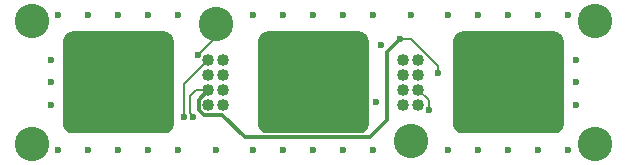
<source format=gbr>
G04 #@! TF.GenerationSoftware,KiCad,Pcbnew,(5.1.4)-1*
G04 #@! TF.CreationDate,2020-07-19T23:42:20-07:00*
G04 #@! TF.ProjectId,SkateLightBackLEDBoard,536b6174-654c-4696-9768-744261636b4c,rev?*
G04 #@! TF.SameCoordinates,Original*
G04 #@! TF.FileFunction,Copper,L2,Bot*
G04 #@! TF.FilePolarity,Positive*
%FSLAX46Y46*%
G04 Gerber Fmt 4.6, Leading zero omitted, Abs format (unit mm)*
G04 Created by KiCad (PCBNEW (5.1.4)-1) date 2020-07-19 23:42:20*
%MOMM*%
%LPD*%
G04 APERTURE LIST*
%ADD10C,1.016000*%
%ADD11C,2.921000*%
%ADD12C,0.100000*%
%ADD13C,8.636000*%
%ADD14C,0.600000*%
%ADD15C,0.200000*%
%ADD16C,0.350000*%
G04 APERTURE END LIST*
D10*
X7620000Y-1905000D03*
X8890000Y-1905000D03*
X7620000Y-635000D03*
X8890000Y-635000D03*
X7620000Y635000D03*
X8890000Y635000D03*
X7620000Y1905000D03*
X8890000Y1905000D03*
D11*
X8255000Y-4953000D03*
X-8255000Y4953000D03*
D10*
X-8890000Y-1905000D03*
X-7620000Y-1905000D03*
X-8890000Y-635000D03*
X-7620000Y-635000D03*
X-8890000Y635000D03*
X-7620000Y635000D03*
X-8890000Y1905000D03*
X-7620000Y1905000D03*
D11*
X23812500Y5207000D03*
X23812500Y-5207000D03*
X-23812500Y5207000D03*
X-23812500Y-5207000D03*
D12*
G36*
X-12589952Y4313842D02*
G01*
X-12506120Y4301406D01*
X-12423910Y4280814D01*
X-12344115Y4252262D01*
X-12267502Y4216027D01*
X-12194810Y4172457D01*
X-12126738Y4121972D01*
X-12063943Y4065057D01*
X-12007028Y4002262D01*
X-11956543Y3934190D01*
X-11912973Y3861498D01*
X-11876738Y3784885D01*
X-11848186Y3705090D01*
X-11827594Y3622880D01*
X-11815158Y3539048D01*
X-11811000Y3454400D01*
X-11811000Y-3454400D01*
X-11815158Y-3539048D01*
X-11827594Y-3622880D01*
X-11848186Y-3705090D01*
X-11876738Y-3784885D01*
X-11912973Y-3861498D01*
X-11956543Y-3934190D01*
X-12007028Y-4002262D01*
X-12063943Y-4065057D01*
X-12126738Y-4121972D01*
X-12194810Y-4172457D01*
X-12267502Y-4216027D01*
X-12344115Y-4252262D01*
X-12423910Y-4280814D01*
X-12506120Y-4301406D01*
X-12589952Y-4313842D01*
X-12674600Y-4318000D01*
X-20345400Y-4318000D01*
X-20430048Y-4313842D01*
X-20513880Y-4301406D01*
X-20596090Y-4280814D01*
X-20675885Y-4252262D01*
X-20752498Y-4216027D01*
X-20825190Y-4172457D01*
X-20893262Y-4121972D01*
X-20956057Y-4065057D01*
X-21012972Y-4002262D01*
X-21063457Y-3934190D01*
X-21107027Y-3861498D01*
X-21143262Y-3784885D01*
X-21171814Y-3705090D01*
X-21192406Y-3622880D01*
X-21204842Y-3539048D01*
X-21209000Y-3454400D01*
X-21209000Y3454400D01*
X-21204842Y3539048D01*
X-21192406Y3622880D01*
X-21171814Y3705090D01*
X-21143262Y3784885D01*
X-21107027Y3861498D01*
X-21063457Y3934190D01*
X-21012972Y4002262D01*
X-20956057Y4065057D01*
X-20893262Y4121972D01*
X-20825190Y4172457D01*
X-20752498Y4216027D01*
X-20675885Y4252262D01*
X-20596090Y4280814D01*
X-20513880Y4301406D01*
X-20430048Y4313842D01*
X-20345400Y4318000D01*
X-12674600Y4318000D01*
X-12589952Y4313842D01*
X-12589952Y4313842D01*
G37*
D13*
X-16510000Y0D03*
D12*
G36*
X3920048Y4313842D02*
G01*
X4003880Y4301406D01*
X4086090Y4280814D01*
X4165885Y4252262D01*
X4242498Y4216027D01*
X4315190Y4172457D01*
X4383262Y4121972D01*
X4446057Y4065057D01*
X4502972Y4002262D01*
X4553457Y3934190D01*
X4597027Y3861498D01*
X4633262Y3784885D01*
X4661814Y3705090D01*
X4682406Y3622880D01*
X4694842Y3539048D01*
X4699000Y3454400D01*
X4699000Y-3454400D01*
X4694842Y-3539048D01*
X4682406Y-3622880D01*
X4661814Y-3705090D01*
X4633262Y-3784885D01*
X4597027Y-3861498D01*
X4553457Y-3934190D01*
X4502972Y-4002262D01*
X4446057Y-4065057D01*
X4383262Y-4121972D01*
X4315190Y-4172457D01*
X4242498Y-4216027D01*
X4165885Y-4252262D01*
X4086090Y-4280814D01*
X4003880Y-4301406D01*
X3920048Y-4313842D01*
X3835400Y-4318000D01*
X-3835400Y-4318000D01*
X-3920048Y-4313842D01*
X-4003880Y-4301406D01*
X-4086090Y-4280814D01*
X-4165885Y-4252262D01*
X-4242498Y-4216027D01*
X-4315190Y-4172457D01*
X-4383262Y-4121972D01*
X-4446057Y-4065057D01*
X-4502972Y-4002262D01*
X-4553457Y-3934190D01*
X-4597027Y-3861498D01*
X-4633262Y-3784885D01*
X-4661814Y-3705090D01*
X-4682406Y-3622880D01*
X-4694842Y-3539048D01*
X-4699000Y-3454400D01*
X-4699000Y3454400D01*
X-4694842Y3539048D01*
X-4682406Y3622880D01*
X-4661814Y3705090D01*
X-4633262Y3784885D01*
X-4597027Y3861498D01*
X-4553457Y3934190D01*
X-4502972Y4002262D01*
X-4446057Y4065057D01*
X-4383262Y4121972D01*
X-4315190Y4172457D01*
X-4242498Y4216027D01*
X-4165885Y4252262D01*
X-4086090Y4280814D01*
X-4003880Y4301406D01*
X-3920048Y4313842D01*
X-3835400Y4318000D01*
X3835400Y4318000D01*
X3920048Y4313842D01*
X3920048Y4313842D01*
G37*
D13*
X0Y0D03*
D12*
G36*
X20430048Y4313842D02*
G01*
X20513880Y4301406D01*
X20596090Y4280814D01*
X20675885Y4252262D01*
X20752498Y4216027D01*
X20825190Y4172457D01*
X20893262Y4121972D01*
X20956057Y4065057D01*
X21012972Y4002262D01*
X21063457Y3934190D01*
X21107027Y3861498D01*
X21143262Y3784885D01*
X21171814Y3705090D01*
X21192406Y3622880D01*
X21204842Y3539048D01*
X21209000Y3454400D01*
X21209000Y-3454400D01*
X21204842Y-3539048D01*
X21192406Y-3622880D01*
X21171814Y-3705090D01*
X21143262Y-3784885D01*
X21107027Y-3861498D01*
X21063457Y-3934190D01*
X21012972Y-4002262D01*
X20956057Y-4065057D01*
X20893262Y-4121972D01*
X20825190Y-4172457D01*
X20752498Y-4216027D01*
X20675885Y-4252262D01*
X20596090Y-4280814D01*
X20513880Y-4301406D01*
X20430048Y-4313842D01*
X20345400Y-4318000D01*
X12674600Y-4318000D01*
X12589952Y-4313842D01*
X12506120Y-4301406D01*
X12423910Y-4280814D01*
X12344115Y-4252262D01*
X12267502Y-4216027D01*
X12194810Y-4172457D01*
X12126738Y-4121972D01*
X12063943Y-4065057D01*
X12007028Y-4002262D01*
X11956543Y-3934190D01*
X11912973Y-3861498D01*
X11876738Y-3784885D01*
X11848186Y-3705090D01*
X11827594Y-3622880D01*
X11815158Y-3539048D01*
X11811000Y-3454400D01*
X11811000Y3454400D01*
X11815158Y3539048D01*
X11827594Y3622880D01*
X11848186Y3705090D01*
X11876738Y3784885D01*
X11912973Y3861498D01*
X11956543Y3934190D01*
X12007028Y4002262D01*
X12063943Y4065057D01*
X12126738Y4121972D01*
X12194810Y4172457D01*
X12267502Y4216027D01*
X12344115Y4252262D01*
X12423910Y4280814D01*
X12506120Y4301406D01*
X12589952Y4313842D01*
X12674600Y4318000D01*
X20345400Y4318000D01*
X20430048Y4313842D01*
X20430048Y4313842D01*
G37*
D13*
X16510000Y0D03*
D14*
X-8255000Y-5715000D03*
X8255000Y5715000D03*
X-19050000Y5715000D03*
X-19050000Y-5715000D03*
X-13970000Y-5715000D03*
X-2540000Y-5715000D03*
X2540000Y-5715000D03*
X-2540000Y5715000D03*
X2540000Y5715000D03*
X13970000Y5715000D03*
X19050000Y5715000D03*
X19050000Y-5715000D03*
X13970000Y-5715000D03*
X-13970000Y5715000D03*
X-19050000Y0D03*
X-13970000Y0D03*
X13970000Y0D03*
X19050000Y0D03*
X22225000Y0D03*
X-22225000Y0D03*
X16510000Y5715000D03*
X11430000Y5715000D03*
X5080000Y5715000D03*
X0Y5715000D03*
X-5080000Y5715000D03*
X-11430000Y5715000D03*
X-16510000Y5715000D03*
X-21590000Y5715000D03*
X-21590000Y-5715000D03*
X-16510000Y-5715000D03*
X-11430000Y-5715000D03*
X0Y-5715000D03*
X5080000Y-5715000D03*
X11430000Y-5715000D03*
X16510000Y-5715000D03*
X21590000Y-5715000D03*
X21590000Y5715000D03*
X-13970000Y-3556000D03*
X-13970000Y-1524000D03*
X-19050000Y-3556000D03*
X-19050000Y-1524000D03*
X-19050000Y3556000D03*
X-19050000Y1524000D03*
X-13970000Y3556000D03*
X-13970000Y1524000D03*
X-16510000Y0D03*
X-22225000Y1905000D03*
X-22225000Y-1905000D03*
X-2540000Y3556000D03*
X-2540000Y1524000D03*
X-2540000Y-3556000D03*
X-2540000Y-1524000D03*
X2540000Y-3556000D03*
X2540000Y-1524000D03*
X2540000Y1524000D03*
X2540000Y3556000D03*
X5715000Y3175000D03*
X13970000Y3556000D03*
X13970000Y1524000D03*
X13970000Y-1524000D03*
X13970000Y-3556000D03*
X19050000Y-3556000D03*
X19050000Y-1524000D03*
X16510000Y0D03*
X19050000Y1524000D03*
X19050000Y3556000D03*
X22225000Y1905000D03*
X22225000Y-1905000D03*
X-4445000Y0D03*
X5334000Y-1651000D03*
X9781540Y-2372360D03*
X-9743440Y2352040D03*
X-19050000Y2540000D03*
X-13970000Y2540000D03*
X-19050000Y-2540000D03*
X-13970000Y-2540000D03*
X-2540000Y-2540000D03*
X2540000Y-2540000D03*
X-2540000Y2540000D03*
X2540000Y2540000D03*
X-5080000Y-5715000D03*
X13970000Y2540000D03*
X19050000Y2540000D03*
X13970000Y-2540000D03*
X19050000Y-2540000D03*
X-10970000Y-2900000D03*
X-10180000Y-2900000D03*
X10541000Y787500D03*
X7305000Y3699000D03*
D15*
X9781540Y-1526540D02*
X8890000Y-635000D01*
X9781540Y-2372360D02*
X9781540Y-1526540D01*
X-8255000Y3840480D02*
X-8255000Y4953000D01*
X-9743440Y2352040D02*
X-8255000Y3840480D01*
X-10970000Y-175000D02*
X-9397999Y1397001D01*
X-9397999Y1397001D02*
X-8890000Y1905000D01*
X-10970000Y-2900000D02*
X-10970000Y-175000D01*
X-9975000Y-635000D02*
X-8890000Y-635000D01*
X-10479999Y-2600001D02*
X-10479999Y-1139999D01*
X-10180000Y-2900000D02*
X-10479999Y-2600001D01*
X-10479999Y-1139999D02*
X-9975000Y-635000D01*
X10541000Y1379394D02*
X10541000Y787500D01*
X7305000Y3699000D02*
X8221394Y3699000D01*
X8221394Y3699000D02*
X10541000Y1379394D01*
D16*
X7305000Y3649000D02*
X7305000Y3699000D01*
X6223000Y2567000D02*
X7305000Y3649000D01*
X6223000Y-3175000D02*
X6223000Y2567000D01*
X4752590Y-4645410D02*
X6223000Y-3175000D01*
X-8890000Y-635000D02*
X-9725401Y-1470401D01*
X-9725401Y-1470401D02*
X-9725401Y-2305993D01*
X-7713153Y-2740401D02*
X-5808144Y-4645410D01*
X-9725401Y-2305993D02*
X-9290993Y-2740401D01*
X-9290993Y-2740401D02*
X-7713153Y-2740401D01*
X-5808144Y-4645410D02*
X4752590Y-4645410D01*
M02*

</source>
